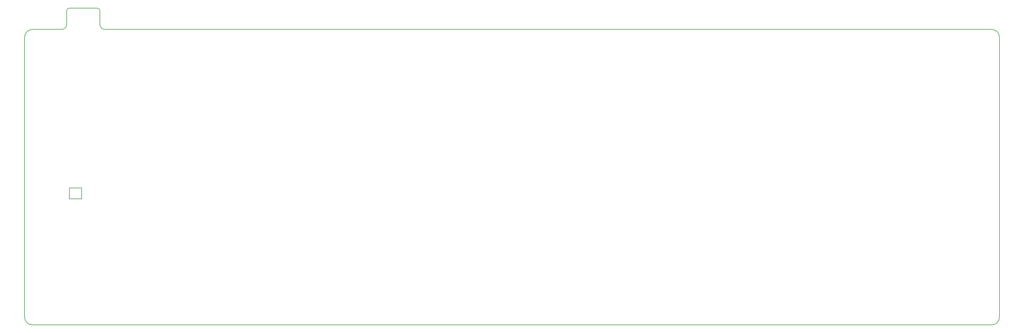
<source format=gbr>
G04 #@! TF.GenerationSoftware,KiCad,Pcbnew,(5.1.12)-1*
G04 #@! TF.CreationDate,2022-12-03T22:14:30+07:00*
G04 #@! TF.ProjectId,averange65 - Copy,61766572-616e-4676-9536-35202d20436f,rev?*
G04 #@! TF.SameCoordinates,Original*
G04 #@! TF.FileFunction,Profile,NP*
%FSLAX46Y46*%
G04 Gerber Fmt 4.6, Leading zero omitted, Abs format (unit mm)*
G04 Created by KiCad (PCBNEW (5.1.12)-1) date 2022-12-03 22:14:30*
%MOMM*%
%LPD*%
G01*
G04 APERTURE LIST*
G04 #@! TA.AperFunction,Profile*
%ADD10C,0.150000*%
G04 #@! TD*
G04 APERTURE END LIST*
D10*
X14517818Y-33342559D02*
X23280834Y-33342559D01*
X3008420Y-132073846D02*
X301490767Y-132073793D01*
X25630341Y-39998584D02*
X301490767Y-39998716D01*
X3002070Y-39998767D02*
X12174662Y-39998508D01*
X643093Y-42395793D02*
G75*
G02*
X3002070Y-39998767I2381200J15877D01*
G01*
X25630341Y-39998584D02*
G75*
G02*
X24058790Y-38427036I15872J1587423D01*
G01*
X643040Y-42395793D02*
X643040Y-129676719D01*
X13740101Y-34120277D02*
G75*
G02*
X14517818Y-33342559I793592J-15874D01*
G01*
X13739864Y-38427036D02*
G75*
G02*
X12174662Y-39998508I-1587424J15875D01*
G01*
X23280834Y-33342559D02*
G75*
G02*
X24058552Y-34120276I-15874J-793592D01*
G01*
X13740101Y-34120277D02*
X13739863Y-38427036D01*
X3008420Y-132073846D02*
G75*
G02*
X643040Y-129676719I15873J2381253D01*
G01*
X24058790Y-38427036D02*
X24058552Y-34120276D01*
X303856094Y-129708468D02*
X303856094Y-42364041D01*
X301490767Y-39998716D02*
G75*
G02*
X303856094Y-42364041I-15873J-2381200D01*
G01*
X303856094Y-129708468D02*
G75*
G02*
X301490767Y-132073793I-2381200J15875D01*
G01*
X14610030Y-89422608D02*
X18410030Y-89422608D01*
X14610030Y-89422608D02*
X14610030Y-92822608D01*
X14610030Y-92822608D02*
X18410030Y-92822608D01*
X18410030Y-89422608D02*
X18410030Y-92822608D01*
M02*

</source>
